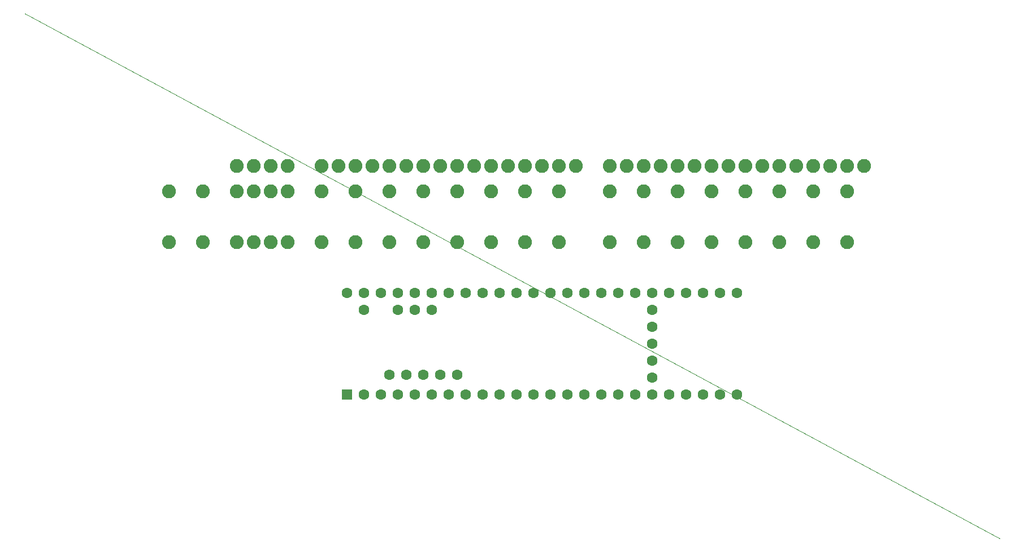
<source format=gbr>
G04 #@! TF.GenerationSoftware,KiCad,Pcbnew,(5.99.0-2302-g1dc804232)*
G04 #@! TF.CreationDate,2020-07-18T18:01:11-07:00*
G04 #@! TF.ProjectId,teensy,7465656e-7379-42e6-9b69-6361645f7063,rev?*
G04 #@! TF.SameCoordinates,Original*
G04 #@! TF.FileFunction,Soldermask,Top*
G04 #@! TF.FilePolarity,Negative*
%FSLAX46Y46*%
G04 Gerber Fmt 4.6, Leading zero omitted, Abs format (unit mm)*
G04 Created by KiCad (PCBNEW (5.99.0-2302-g1dc804232)) date 2020-07-18 18:01:11*
%MOMM*%
%LPD*%
G01*
G04 APERTURE LIST*
G04 #@! TA.AperFunction,Profile*
%ADD10C,0.100000*%
G04 #@! TD*
%ADD11C,2.082800*%
%ADD12C,1.600000*%
%ADD13R,1.600000X1.600000*%
G04 APERTURE END LIST*
D10*
X76200000Y-67310000D02*
X222250000Y-146050000D01*
D11*
X107950000Y-93980000D03*
X107950000Y-101600000D03*
X110490000Y-101600000D03*
X110490000Y-93980000D03*
X115570000Y-93980000D03*
X115570000Y-101600000D03*
X113030000Y-101600000D03*
X113030000Y-93980000D03*
X115570000Y-90170000D03*
X113030000Y-90170000D03*
X110490000Y-90170000D03*
X107950000Y-90170000D03*
X102870000Y-101600000D03*
X102870000Y-93980000D03*
X97790000Y-93980000D03*
X97790000Y-101600000D03*
X156210000Y-101600000D03*
X156210000Y-93980000D03*
X146050000Y-101600000D03*
X146050000Y-93980000D03*
X135890000Y-101600000D03*
X135890000Y-93980000D03*
X125730000Y-101600000D03*
X125730000Y-93980000D03*
X199390000Y-101600000D03*
X199390000Y-93980000D03*
X189230000Y-101600000D03*
X189230000Y-93980000D03*
X179070000Y-101600000D03*
X179070000Y-93980000D03*
X168910000Y-101600000D03*
X168910000Y-93980000D03*
X151130000Y-101600000D03*
X151130000Y-93980000D03*
X140970000Y-101600000D03*
X140970000Y-93980000D03*
X130810000Y-101600000D03*
X130810000Y-93980000D03*
X120650000Y-101600000D03*
X120650000Y-93980000D03*
X194310000Y-101600000D03*
X194310000Y-93980000D03*
X184150000Y-101600000D03*
X184150000Y-93980000D03*
X173990000Y-101600000D03*
X173990000Y-93980000D03*
X120650000Y-90170000D03*
X123190000Y-90170000D03*
X125730000Y-90170000D03*
X128270000Y-90170000D03*
X130810000Y-90170000D03*
X133350000Y-90170000D03*
X135890000Y-90170000D03*
X138430000Y-90170000D03*
X140970000Y-90170000D03*
X143510000Y-90170000D03*
X146050000Y-90170000D03*
X148590000Y-90170000D03*
X151130000Y-90170000D03*
X153670000Y-90170000D03*
X156210000Y-90170000D03*
X158750000Y-90170000D03*
X163830000Y-101600000D03*
X163830000Y-93980000D03*
X163830000Y-90170000D03*
X166370000Y-90170000D03*
X168910000Y-90170000D03*
X171450000Y-90170000D03*
X173990000Y-90170000D03*
X176530000Y-90170000D03*
X179070000Y-90170000D03*
X181610000Y-90170000D03*
X184150000Y-90170000D03*
X186690000Y-90170000D03*
X189230000Y-90170000D03*
X191770000Y-90170000D03*
X194310000Y-90170000D03*
X196850000Y-90170000D03*
X199390000Y-90170000D03*
X201930000Y-90170000D03*
D12*
X140970000Y-121460000D03*
X138430000Y-121460000D03*
X135890000Y-121460000D03*
X133350000Y-121460000D03*
X130810000Y-121460000D03*
X137160000Y-111760000D03*
X134620000Y-111760000D03*
X132080000Y-111760000D03*
X127000000Y-111760000D03*
X124460000Y-109220000D03*
X127000000Y-109220000D03*
X129540000Y-109220000D03*
X132080000Y-109220000D03*
X134620000Y-109220000D03*
X137160000Y-109220000D03*
X139700000Y-109220000D03*
X142240000Y-109220000D03*
X144780000Y-109220000D03*
X147320000Y-109220000D03*
X149860000Y-109220000D03*
X152400000Y-109220000D03*
X154940000Y-109220000D03*
X157480000Y-109220000D03*
X160020000Y-109220000D03*
X162560000Y-109220000D03*
D13*
X124460000Y-124460000D03*
D12*
X127000000Y-124460000D03*
X129540000Y-124460000D03*
X132080000Y-124460000D03*
X134620000Y-124460000D03*
X137160000Y-124460000D03*
X139700000Y-124460000D03*
X142240000Y-124460000D03*
X144780000Y-124460000D03*
X147320000Y-124460000D03*
X149860000Y-124460000D03*
X152400000Y-124460000D03*
X154940000Y-124460000D03*
X165100000Y-109220000D03*
X167640000Y-109220000D03*
X170180000Y-109220000D03*
X172720000Y-109220000D03*
X175260000Y-109220000D03*
X177800000Y-109220000D03*
X180340000Y-109220000D03*
X182880000Y-109220000D03*
X170180000Y-111760000D03*
X170180000Y-114300000D03*
X170180000Y-116840000D03*
X170180000Y-119380000D03*
X170180000Y-121920000D03*
X182880000Y-124460000D03*
X180340000Y-124460000D03*
X177800000Y-124460000D03*
X175260000Y-124460000D03*
X157480000Y-124460000D03*
X160020000Y-124460000D03*
X162560000Y-124460000D03*
X172720000Y-124460000D03*
X170180000Y-124460000D03*
X167640000Y-124460000D03*
X165100000Y-124460000D03*
M02*

</source>
